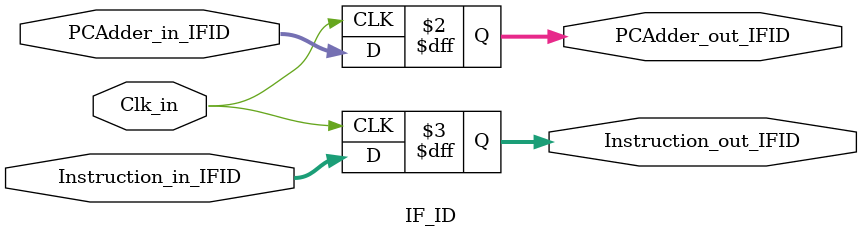
<source format=v>
`timescale 1ns / 1ps


module IF_ID(PCAdder_in_IFID, Instruction_in_IFID, PCAdder_out_IFID, Instruction_out_IFID,
            Clk_in); 
  
  input [31:0] PCAdder_in_IFID;
  input [31:0] Instruction_in_IFID;
  input Clk_in;

  output reg [31:0] PCAdder_out_IFID;
  output reg [31:0] Instruction_out_IFID;

always @(posedge Clk_in) begin
    PCAdder_out_IFID <= PCAdder_in_IFID;
    Instruction_out_IFID <= Instruction_in_IFID;
  end


endmodule










</source>
